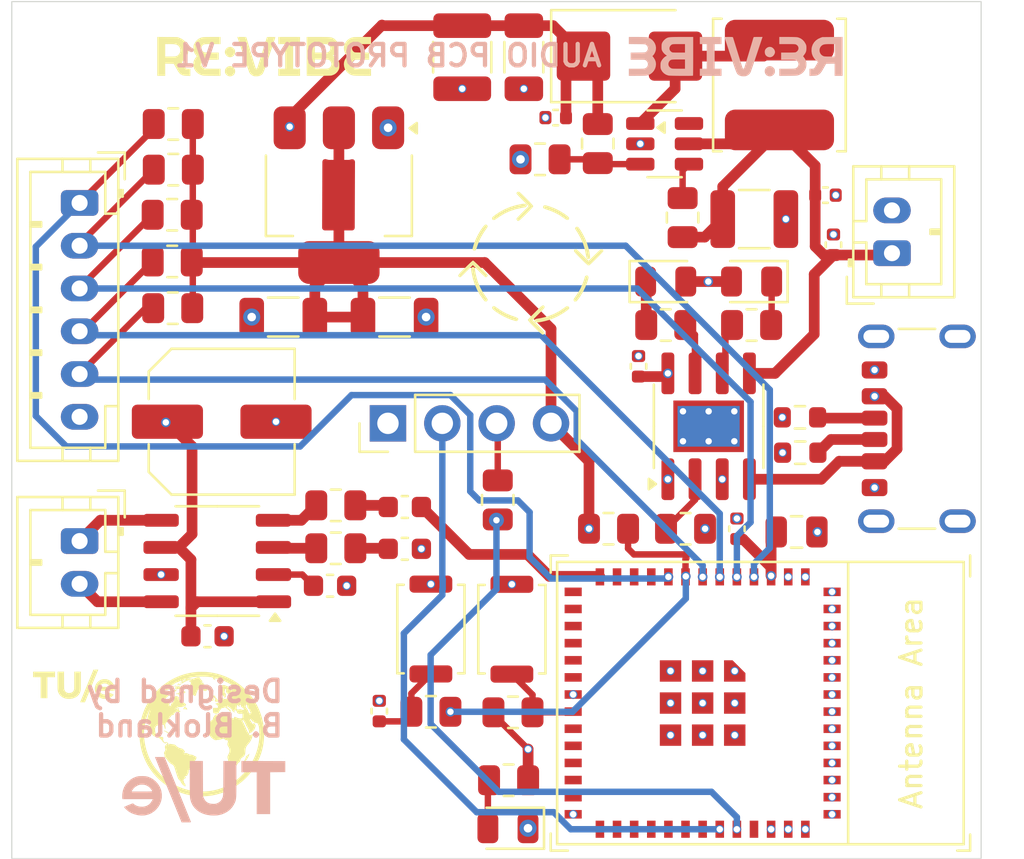
<source format=kicad_pcb>
(kicad_pcb (version 20241229) (generator "pcbnew") (generator_version "9.0")
  (title_block (comment 4 "AISLER Project ID: QUUDJNIU"))
  (layers (0 "F.Cu" signal) (4 "In1.Cu" power "GND Plane") (6 "In2.Cu" power "PWR Plane") (2 "B.Cu" signal) (13 "F.Paste" user) (15 "B.Paste" user) (5 "F.SilkS" user "F.Silkscreen") (7 "B.SilkS" user "B.Silkscreen") (1 "F.Mask" user) (3 "B.Mask" user) (25 "Edge.Cuts" user))
  (net 0 "")
  (net 1 "D_GND")
  (net 2 "+3.7V")
  (net 3 "Net-(C1-Pad2)")
  (net 4 "/DAC1")
  (net 5 "+3.3V")
  (net 6 "+5V")
  (net 7 "Net-(C6-Pad2)")
  (net 8 "Net-(U2-BYPASS)")
  (net 9 "Net-(C11-Pad2)")
  (net 10 "+5V_USB")
  (net 11 "Net-(D1-A)")
  (net 12 "Net-(D2-A)")
  (net 13 "Net-(D3-K)")
  (net 14 "Net-(D4-K)")
  (net 15 "/RX")
  (net 16 "Net-(J1-Pin_3)")
  (net 17 "Net-(J2-CC2)")
  (net 18 "Net-(J2-CC1)")
  (net 19 "/BTN5")
  (net 20 "/BTN2")
  (net 21 "/BTN1")
  (net 22 "/BTN3")
  (net 23 "/BTN4")
  (net 24 "/SPEAKER+")
  (net 25 "/SPEAKER_")
  (net 26 "Net-(U2-IN+)")
  (net 27 "/EN")
  (net 28 "Net-(U2-IN-)")
  (net 29 "Net-(U3-GPIO0{slash}BOOT{slash}ADC2_CH1)")
  (net 30 "/TX")
  (net 31 "Net-(U4-FB)")
  (net 32 "Net-(U4-EN)")
  (net 33 "/STDBY")
  (net 34 "/CHRG")
  (net 35 "Net-(U5-PROG)")
  (footprint "Button_Switch_SMD:SW_Push_SPST_NO_Alps_SKRK" (layer "F.Cu") (at 225.8619 151.2634 -90)
    (property "Reference" "SW2" (hide yes))
    (property "Value" "RESET" (hide yes))
  )
  (footprint "Resistor_SMD:R_0805_2012Metric" (layer "F.Cu") (at 221.4169 147.487)
    (property "Reference" "R3" (hide yes))
    (property "Value" "12k" (hide yes))
  )
  (footprint "Capacitor_SMD:C_1206_3216Metric" (layer "F.Cu") (at 224.1625 136.675)
    (property "Reference" "C9" (hide yes))
    (property "Value" "0.1u" (hide yes))
  )
  (footprint "MountingHole:MountingHole_2.2mm_M2" (layer "F.Cu") (at 221.4169 158.79)
    (property "Reference" "M2_3" (hide yes))
    (property "Value" "MountingHole_2.2mm_M2" (hide yes))
  )
  (footprint "Package_SO:SOP-8_3.9x4.9mm_P1.27mm" (layer "F.Cu") (at 215.8797 148.0824 180)
    (property "Reference" "U2" (hide yes))
    (property "Value" "HT6873B5SPNR" (hide yes))
  )
  (footprint "Resistor_SMD:R_0805_2012Metric" (layer "F.Cu") (at 236.8366 137.0476)
    (property "Reference" "R20" (hide yes))
    (property "Value" "390" (hide yes))
  )
  (footprint "Capacitor_SMD:C_1210_3225Metric" (layer "F.Cu") (at 227.325 124.525 -90)
    (property "Reference" "C15" (hide yes))
    (property "Value" "22u" (hide yes))
  )
  (footprint "Inductor_SMD:L_TDK_VLS6045EX_VLS6045AF" (layer "F.Cu") (at 242.15 125.825 90)
    (property "Reference" "L1" (hide yes))
    (property "Value" "6.8u" (hide yes))
  )
  (footprint "PCM_Espressif:ESP32-MINI-1" (layer "F.Cu") (at 238.5605 154.7246 -90)
    (property "Reference" "U3" (hide yes))
    (property "Value" "ESP32-MINI-1-N4" (hide yes))
  )
  (footprint "Resistor_SMD:R_0805_2012Metric" (layer "F.Cu") (at 221.4169 145.4804)
    (property "Reference" "R1" (hide yes))
    (property "Value" "12k" (hide yes))
  )
  (footprint "Resistor_SMD:R_0603_1608Metric" (layer "F.Cu") (at 243.1085 141.3656 180)
    (property "Reference" "R17" (hide yes))
    (property "Value" "5.1k" (hide yes))
  )
  (footprint "LOGO" (layer "F.Cu") (at 215.152457 156.175)
    (property "Reference" "G***" (hide yes))
    (property "Value" "LOGO" (hide yes))
  )
  (footprint "LOGO" (layer "F.Cu") (at 230.525 134.15)
    (property "Reference" "G***" (hide yes))
    (property "Value" "LOGO" (hide yes))
  )
  (footprint "Capacitor_SMD:C_0402_1005Metric" (layer "F.Cu") (at 244.3 130.975)
    (property "Reference" "C13" (hide yes))
    (property "Value" "100n" (hide yes))
  )
  (footprint "Resistor_SMD:R_0805_2012Metric" (layer "F.Cu") (at 213.8223 127.6496 180)
    (property "Reference" "R16" (hide yes))
    (property "Value" "10k" (hide yes))
  )
  (footprint "LED_SMD:LED_0805_2012Metric" (layer "F.Cu") (at 240.8479 135.0156 180)
    (property "Reference" "D3" (hide yes))
    (property "Value" "STDBY_LED_RED" (hide yes))
  )
  (footprint "MountingHole:MountingHole_2.2mm_M2" (layer "F.Cu") (at 208.8947 158.79)
    (property "Reference" "M2_1" (hide yes))
    (property "Value" "MountingHole_2.2mm_M2" (hide yes))
  )
  (footprint "LED_SMD:LED_0805_2012Metric" (layer "F.Cu") (at 229.4625 160.5778 180)
    (property "Reference" "D2" (hide yes))
    (property "Value" "PWR_LED" (hide yes))
  )
  (footprint "Capacitor_SMD:C_0402_1005Metric" (layer "F.Cu") (at 244.675 133.295 90)
    (property "Reference" "C18" (hide yes))
    (property "Value" "10u" (hide yes))
  )
  (footprint "Resistor_SMD:R_0805_2012Metric" (layer "F.Cu") (at 213.7734 134.0758 180)
    (property "Reference" "R13" (hide yes))
    (property "Value" "10k" (hide yes))
  )
  (footprint "Resistor_SMD:R_0603_1608Metric" (layer "F.Cu") (at 243.1217 143.0166 180)
    (property "Reference" "R18" (hide yes))
    (property "Value" "5.1k" (hide yes))
  )
  (footprint "Connector_USB:USB_C_Receptacle_GCT_USB4125-xx-x-0190_6P_TopMnt_Horizontal" (layer "F.Cu") (at 249.675 141.9 90)
    (property "Reference" "J2" (hide yes))
    (property "Value" "USB_C_Receptacle_PowerOnly_6P" (hide yes))
  )
  (footprint "Capacitor_SMD:C_0603_1608Metric" (layer "F.Cu") (at 215.4225 151.6018)
    (property "Reference" "C5" (hide yes))
    (property "Value" "1u" (hide yes))
  )
  (footprint "LOGO" (layer "F.Cu") (at 209.175 153.925)
    (property "Reference" "G***" (hide yes))
    (property "Value" "LOGO" (hide yes))
  )
  (footprint "Connector_JST:JST_PH_B2B-PH-K_1x02_P2.00mm_Vertical" (layer "F.Cu") (at 247.4099 133.6882 90)
    (property "Reference" "BT1" (hide yes))
    (property "Value" "LIPO803860 2000mAh 3.7V" (hide yes))
  )
  (footprint "MountingHole:MountingHole_2.2mm_M2" (layer "F.Cu") (at 208.8947 125.5414)
    (property "Reference" "M2_2" (hide yes))
    (property "Value" "MountingHole_2.2mm_M2" (hide yes))
  )
  (footprint "Resistor_SMD:R_0805_2012Metric" (layer "F.Cu") (at 228.9861 145.2264 90)
    (property "Reference" "R8" (hide yes))
    (property "Value" "499" (hide yes))
  )
  (footprint "Capacitor_SMD:C_0402_1005Metric" (layer "F.Cu") (at 231.695 127.35 180)
    (property "Reference" "C14" (hide yes))
    (property "Value" "100n" (hide yes))
  )
  (footprint "Resistor_SMD:R_0805_2012Metric" (layer "F.Cu") (at 233.6597 128.564 -90)
    (property "Reference" "R9" (hide yes))
    (property "Value" "7.5k" (hide yes))
  )
  (footprint "Capacitor_SMD:C_1206_3216Metric" (layer "F.Cu") (at 230.2053 124.525 -90)
    (property "Reference" "C7" (hide yes))
    (property "Value" "10u" (hide yes))
  )
  (footprint "Capacitor_SMD:C_0402_1005Metric" (layer "F.Cu") (at 223.45 155.1 -90)
    (property "Reference" "C11" (hide yes))
    (property "Value" "1n" (hide yes))
  )
  (footprint "Capacitor_SMD:C_0805_2012Metric" (layer "F.Cu") (at 242.95 146.725)
    (property "Reference" "C2" (hide yes))
    (property "Value" "10u" (hide yes))
  )
  (footprint "Connector_JST:JST_PH_B6B-PH-K_1x06_P2.00mm_Vertical" (layer "F.Cu") (at 209.4447 131.3402 -90)
    (property "Reference" "J3" (hide yes))
    (property "Value" "Conn_01x06_Socket" (hide yes))
  )
  (footprint "Package_TO_SOT_SMD:SOT-23-6" (layer "F.Cu") (at 236.7839 128.5753)
    (property "Reference" "U4" (hide yes))
    (property "Value" "MT3608" (hide yes))
  )
  (footprint "MountingHole:MountingHole_2.2mm_M2" (layer "F.Cu") (at 247.9599 125.5414)
    (property "Reference" "M2_4" (hide yes))
    (property "Value" "MountingHole_2.2mm_M2" (hide yes))
  )
  (footprint "Capacitor_SMD:C_0603_1608Metric" (layer "F.Cu") (at 224.6427 145.5566 180)
    (property "Reference" "C1" (hide yes))
    (property "Value" "1u" (hide yes))
  )
  (footprint "Capacitor_SMD:C_0402_1005Metric" (layer "F.Cu") (at 235.5647 138.978 90)
    (property "Reference" "C17" (hide yes))
    (property "Value" "10u" (hide yes))
  )
  (footprint "Resistor_SMD:R_0805_2012Metric" (layer "F.Cu") (at 213.8242 129.7832 180)
    (property "Reference" "R15" (hide yes))
    (property "Value" "10k" (hide yes))
  )
  (footprint "Capacitor_SMD:C_0402_1005Metric" (layer "F.Cu") (at 240.1625 146.575 90)
    (property "Reference" "C3" (hide yes))
    (property "Value" "0.1u" (hide yes))
  )
  (footprint "Package_SO:SOIC-8-1EP_3.9x4.9mm_P1.27mm_EP2.41x3.3mm_ThermalVias" (layer "F.Cu") (at 238.8413 141.7832 90)
    (property "Reference" "U5" (hide yes))
    (property "Value" "TP4056-42-ESOP8" (hide yes))
  )
  (footprint "Capacitor_SMD:C_0603_1608Metric" (layer "F.Cu") (at 224.6427 147.5124 180)
    (property "Reference" "C6" (hide yes))
    (property "Value" "1u" (hide yes))
  )
  (footprint "Capacitor_SMD:C_0603_1608Metric" (layer "F.Cu") (at 221.1499 149.2396 180)
    (property "Reference" "C10" (hide yes))
    (property "Value" "1u" (hide yes))
  )
  (footprint "Button_Switch_SMD:SW_Push_SPST_NO_Alps_SKRK" (layer "F.Cu") (at 229.6465 151.2716 90)
    (property "Reference" "SW1" (hide yes))
    (property "Value" "BOOT")
  )
  (footprint "Capacitor_SMD:C_1206_3216Metric" (layer "F.Cu") (at 218.9625 136.675 180)
    (property "Reference" "C8" (hide yes))
    (property "Value" "10u" (hide yes))
  )
  (footprint "Resistor_SMD:R_0805_2012Metric" (layer "F.Cu") (at 240.8479 137.0476 180)
    (property "Reference" "R19" (hide yes))
    (property "Value" "680" (hide yes))
  )
  (footprint "LOGO" (layer "F.Cu") (at 218.075 124.5)
    (property "Reference" "G***" (hide yes))
    (property "Value" "LOGO" (hide yes))
  )
  (footprint "Resistor_SMD:R_0805_2012Metric" (layer "F.Cu") (at 237.625 132.025 90)
    (property "Reference" "R10" (hide yes))
    (property "Value" "1k" (hide yes))
  )
  (footprint "Resistor_SMD:R_0805_2012Metric" (layer "F.Cu") (at 237.7625 146.575)
    (property "Reference" "R21" (hide yes))
    (property "Value" "1.2k" (hide yes))
  )
  (footprint "Capacitor_SMD:C_Elec_6.3x5.8" (layer "F.Cu") (at 216.0854 141.5688)
    (property "Reference" "C4" (hide yes))
    (property "Value" "220u" (hide yes))
  )
  (footprint "Resistor_SMD:R_0805_2012Metric" (layer "F.Cu") (at 213.7715 131.8914 180)
    (property "Reference" "R14" (hide yes))
    (property "Value" "10k" (hide yes))
  )
  (footprint "Diode_SMD:D_SMB" (layer "F.Cu") (at 235.1419 124.4746)
    (property "Reference" "D1" (hide yes))
    (property "Value" "SSB43L-E3/52T" (hide yes))
  )
  (footprint "Resistor_SMD:R_0805_2012Metric" (layer "F.Cu") (at 230.9625 129.3 180)
    (property "Reference" "R11" (hide yes))
    (property "Value" "1k" (hide yes))
  )
  (footprint "Connector_JST:JST_PH_B2B-PH-K_1x02_P2.00mm_Vertical" (layer "F.Cu") (at 209.4447 147.15 -90)
    (property "Reference" "LS1" (hide yes))
    (property "Value" "Dayton Audio CE4249N-4" (hide yes))
  )
  (footprint "Resistor_SMD:R_0805_2012Metric" (layer "F.Cu") (at 225.8619 155.1324)
    (property "Reference" "R6" (hide yes))
    (property "Value" "470" (hide yes))
  )
  (footprint "Resistor_SMD:R_0805_2012Metric" (layer "F.Cu") (at 229.4922 158.3328 180)
    (property "Reference" "R7" (hide yes))
    (property "Value" "220" (hide yes))
  )
  (footprint "Package_TO_SOT_SMD:SOT-223-3_TabPin2" (layer "F.Cu") (at 221.5625 130.975 -90)
    (property "Reference" "U1" (hide yes))
    (property "Value" "AMS1117-3.3" (hide yes))
  )
  (footprint "Resistor_SMD:R_0805_2012Metric" (layer "F.Cu") (at 213.7969 136.2602 180)
    (property "Reference" "R12" (hide yes))
    (property "Value" "10k" (hide yes))
  )
  (footprint "Resistor_SMD:R_0805_2012Metric" (layer "F.Cu") (at 229.6973 155.1578 180)
    (property "Reference" "R4" (hide yes))
    (property "Value" "10k" (hide yes))
  )
  (footprint "Capacitor_SMD:C_1210_3225Metric" (layer "F.Cu") (at 240.9749 132.0946)
    (property "Reference" "C12" (hide yes))
    (property "Value" "22u" (hide yes))
  )
  (footprint "Resistor_SMD:R_0805_2012Metric" (layer "F.Cu") (at 234.1625 146.5726 180)
    (property "Reference" "R2" (hide yes))
    (property "Value" "10k" (hide yes))
  )
  (footprint "LED_SMD:LED_0805_2012Metric" (layer "F.Cu") (at 236.8347 135.0156)
    (property "Reference" "D4" (hide yes))
    (property "Value" "CHRG_LED_GREEN" (hide yes))
  )
  (footprint "Connector_PinHeader_2.54mm:PinHeader_1x04_P2.54mm_Vertical" (layer "F.Cu") (at 223.8553 141.645 90)
    (property "Reference" "J1" (hide yes))
    (property "Value" "UART" (hide yes))
  )
  (footprint "LOGO" (layer "B.Cu") (at 240.1 124.5 180)
    (property "Reference" "G***" (hide yes))
    (property "Value" "LOGO" (hide yes))
  )
  (footprint "LOGO" (layer "B.Cu") (at 215.25 158.775 180)
    (property "Reference" "G***" (hide yes))
    (property "Value" "LOGO" (hide yes))
  )
  (gr_rect (start 206.275 121.925) (end 251.575 162) (stroke (width 0.05)) (fill no) (layer "Edge.Cuts"))
  (gr_text "AUDIO PCB PROTOTYPE V1" (at 233.95 125.036915 0) (layer "B.SilkS") (effects (font (size 1 1) (thickness 0.2) (bold yes)) (justify left bottom mirror)))
  (gr_text "Designed by\nB. Blokland" (at 219.057143 156.375 0) (layer "B.SilkS") (effects (font (size 1 1) (thickness 0.2) (bold yes)) (justify left bottom mirror)))
  (via (at 244.6105 156.7246) (size 0.4) (drill 0.3) (layers "F.Cu" "B.Cu") (net 1))
  (via (at 244.78 130.975) (size 0.4) (drill 0.3) (layers "F.Cu" "B.Cu") (net 1))
  (via (at 236.9363 144.2582) (size 0.45) (drill 0.3) (layers "F.Cu" "B.Cu") (net 1))
  (via (at 244.6105 149.5246) (size 0.4) (drill 0.3) (layers "F.Cu" "B.Cu") (net 1))
  (via (at 221.9249 149.2396) (size 0.4) (drill 0.3) (layers "F.Cu" "B.Cu") (net 1))
  (via (at 225.6375 136.675) (size 0.8) (drill 0.4) (layers "F.Cu" "B.Cu") (net 1))
  (via (at 223.45 154.62) (size 0.4) (drill 0.3) (layers "F.Cu" "B.Cu") (net 1))
  (via (at 217.4875 136.675) (size 0.8) (drill 0.4) (layers "F.Cu" "B.Cu") (net 1))
  (via (at 244.6105 154.3246) (size 0.4) (drill 0.3) (layers "F.Cu" "B.Cu") (net 1))
  (via (at 243.925 146.725) (size 0.45) (drill 0.3) (layers "F.Cu" "B.Cu") (net 1))
  (via (at 246.595 139.15) (size 0.45) (drill 0.3) (layers "F.Cu" "B.Cu") (net 1))
  (via (at 243.3605 160.6246) (size 0.4) (drill 0.3) (layers "F.Cu" "B.Cu") (net 1))
  (via (at 244.6105 152.7246) (size 0.4) (drill 0.3) (layers "F.Cu" "B.Cu") (net 1))
  (via (at 242.5605 148.8246) (size 0.4) (drill 0.3) (layers "F.Cu" "B.Cu") (net 1))
  (via (at 232.5105 154.3246) (size 0.4) (drill 0.3) (layers "F.Cu" "B.Cu") (net 1))
  (via (at 227.325 126) (size 0.4) (drill 0.3) (layers "F.Cu" "B.Cu") (net 1))
  (via (at 242.4499 132.0946) (size 0.4) (drill 0.3) (layers "F.Cu" "B.Cu") (net 1))
  (via (at 240.0605 156.2246) (size 0.4) (drill 0.3) (layers "F.Cu" "B.Cu") (net 1))
  (via (at 238.675 146.575) (size 0.45) (drill 0.3) (layers "F.Cu" "B.Cu") (net 1))
  (via (at 240.0605 154.7246) (size 0.4) (drill 0.3) (layers "F.Cu" "B.Cu") (net 1))
  (via (at 242.5605 160.6246) (size 0.4) (drill 0.3) (layers "F.Cu" "B.Cu") (net 1))
  (via (at 244.6105 159.1246) (size 0.4) (drill 0.3) (layers "F.Cu" "B.Cu") (net 1))
  (via (at 223.8625 127.825) (size 0.8) (drill 0.4) (layers "F.Cu" "B.Cu") (net 1))
  (via (at 218.6229 141.5688) (size 0.4) (drill 0.3) (layers "F.Cu" "B.Cu") (net 1))
  (via (at 241.7605 160.6246) (size 0.4) (drill 0.3) (layers "F.Cu" "B.Cu") (net 1))
  (via (at 240.0605 153.2246) (size 0.4) (drill 0.3) (layers "F.Cu" "B.Cu") (net 1))
  (via (at 230.05 129.3) (size 0.8) (drill 0.4) (layers "F.Cu" "B.Cu") (net 1))
  (via (at 237.0605 153.2246) (size 0.4) (drill 0.3) (layers "F.Cu" "B.Cu") (net 1))
  (via (at 238.5605 154.7246) (size 0.4) (drill 0.3) (layers "F.Cu" "B.Cu") (net 1))
  (via (at 244.6105 151.1246) (size 0.4) (drill 0.3) (layers "F.Cu" "B.Cu") (net 1))
  (via (at 244.6105 155.9246) (size 0.4) (drill 0.3) (layers "F.Cu" "B.Cu") (net 1))
  (via (at 244.675 132.815) (size 0.4) (drill 0.3) (layers "F.Cu" "B.Cu") (net 1))
  (via (at 246.595 144.65) (size 0.45) (drill 0.3) (layers "F.Cu" "B.Cu") (net 1))
  (via (at 242.2835 141.3656) (size 0.4) (drill 0.3) (layers "F.Cu" "B.Cu") (net 1))
  (via (at 235.6464 128.5753) (size 0.4) (drill 0.3) (layers "F.Cu" "B.Cu") (net 1))
  (via (at 231.215 127.35) (size 0.4) (drill 0.3) (layers "F.Cu" "B.Cu") (net 1))
  (via (at 244.6105 159.9246) (size 0.4) (drill 0.3) (layers "F.Cu" "B.Cu") (net 1))
  (via (at 230.4 160.5778) (size 0.8) (drill 0.4) (layers "F.Cu" "B.Cu") (net 1))
  (via (at 213.2547 148.7174) (size 0.4) (drill 0.3) (layers "F.Cu" "B.Cu") (net 1))
  (via (at 232.5105 159.9246) (size 0.4) (drill 0.3) (layers "F.Cu" "B.Cu") (net 1))
  (via (at 238.5605 156.2246) (size 0.4) (drill 0.3) (layers "F.Cu" "B.Cu") (net 1))
  (via (at 239.4763 144.2582) (size 0.4) (drill 0.3) (layers "F.Cu" "B.Cu") (net 1))
  (via (at 244.6105 151.9246) (size 0.4) (drill 0.3) (layers "F.Cu" "B.Cu") (net 1))
  (via (at 240.1625 146.095) (size 0.45) (drill 0.3) (layers "F.Cu" "B.Cu") (net 1))
  (via (at 244.6105 155.1246) (size 0.4) (drill 0.3) (layers "F.Cu" "B.Cu") (net 1))
  (via (at 243.3605 148.8246) (size 0.4) (drill 0.3) (layers "F.Cu" "B.Cu") (net 1))
  (via (at 225.8619 149.1634) (size 0.4) (drill 0.3) (layers "F.Cu" "B.Cu") (net 1))
  (via (at 229.6465 149.1716) (size 0.4) (drill 0.3) (layers "F.Cu" "B.Cu") (net 1))
  (via (at 237.0605 154.7246) (size 0.4) (drill 0.3) (layers "F.Cu" "B.Cu") (net 1))
  (via (at 225.4177 147.5124) (size 0.4) (drill 0.3) (layers "F.Cu" "B.Cu") (net 1))
  (via (at 244.6105 158.3246) (size 0.4) (drill 0.3) (layers "F.Cu" "B.Cu") (net 1))
  (via (at 230.2053 126) (size 0.4) (drill 0.3) (layers "F.Cu" "B.Cu") (net 1))
  (via (at 235.5647 138.498) (size 0.4) (drill 0.3) (layers "F.Cu" "B.Cu") (net 1))
  (via (at 242.2967 143.0166) (size 0.4) (drill 0.3) (layers "F.Cu" "B.Cu") (net 1))
  (via (at 244.6105 157.5246) (size 0.4) (drill 0.3) (layers "F.Cu" "B.Cu") (net 1))
  (via (at 244.6105 153.5246) (size 0.4) (drill 0.3) (layers "F.Cu" "B.Cu") (net 1))
  (via (at 244.6105 150.3246) (size 0.4) (drill 0.3) (layers "F.Cu" "B.Cu") (net 1))
  (via (at 216.1975 151.6018) (size 0.4) (drill 0.3) (layers "F.Cu" "B.Cu") (net 1))
  (via (at 237.0605 156.2246) (size 0.4) (drill 0.3) (layers "F.Cu" "B.Cu") (net 1))
  (via (at 238.5605 153.2246) (size 0.4) (drill 0.3) (layers "F.Cu" "B.Cu") (net 1))
  (segment (start 241.4997 128.5753) (end 242.15 127.925) (width 0.5) (layer "F.Cu") (net 2))
  (segment (start 243.82 129.595) (end 242.15 127.925) (width 0.5) (layer "F.Cu") (net 2))
  (segment (start 244.675 133.775) (end 247.3231 133.775) (width 0.5) (layer "F.Cu") (net 2))
  (segment (start 243.82 130.975) (end 243.82 129.595) (width 0.5) (layer "F.Cu") (net 2))
  (segment (start 247.3231 133.775) (end 247.4099 133.6882) (width 0.5) (layer "F.Cu") (net 2))
  (segment (start 243.775 134.675) (end 243.775 137.475) (width 0.5) (layer "F.Cu") (net 2))
  (segment (start 237.9214 128.5753) (end 241.4997 128.5753) (width 0.5) (layer "F.Cu") (net 2))
  (segment (start 244.675 133.775) (end 244.225 133.775) (width 0.5) (layer "F.Cu") (net 2))
  (segment (start 239.4999 130.5751) (end 242.15 127.925) (width 0.5) (layer "F.Cu") (net 2))
  (segment (start 237.625 132.9375) (end 238.657 132.9375) (width 0.5) (layer "F.Cu") (net 2))
  (segment (start 241.9418 139.3082) (end 240.7463 139.3082) (width 0.5) (layer "F.Cu") (net 2))
  (segment (start 243.775 137.475) (end 241.9418 139.3082) (width 0.5) (layer "F.Cu") (net 2))
  (segment (start 247.0731 134.025) (end 247.4099 133.6882) (width 0.5) (layer "F.Cu") (net 2))
  (segment (start 244.675 133.775) (end 243.775 134.675) (width 0.5) (layer "F.Cu") (net 2))
  (segment (start 244.225 133.775) (end 243.82 133.37) (width 0.5) (layer "F.Cu") (net 2))
  (segment (start 243.82 133.37) (end 243.82 130.975) (width 0.5) (layer "F.Cu") (net 2))
  (segment (start 238.657 132.9375) (end 239.4999 132.0946) (width 0.5) (layer "F.Cu") (net 2))
  (segment (start 239.4999 132.0946) (end 239.4999 130.5751) (width 0.5) (layer "F.Cu") (net 2))
  (segment (start 223.7915 145.4804) (end 223.8677 145.5566) (width 0.5) (layer "F.Cu") (net 3))
  (segment (start 222.3294 145.4804) (end 223.7915 145.4804) (width 0.5) (layer "F.Cu") (net 3))
  (segment (start 225.4316 145.5566) (end 225.4177 145.5566) (width 0.5) (layer "F.Cu") (net 4))
  (segment (start 231.4 148.8) (end 230.375 147.775) (width 0.5) (layer "F.Cu") (net 4))
  (segment (start 230.375 147.775) (end 227.65 147.775) (width 0.5) (layer "F.Cu") (net 4))
  (segment (start 227.65 147.775) (end 225.4316 145.5566) (width 0.5) (layer "F.Cu") (net 4))
  (segment (start 233.7605 148.8246) (end 233.7359 148.8) (width 0.5) (layer "F.Cu") (net 4))
  (segment (start 233.7359 148.8) (end 231.4 148.8) (width 0.5) (layer "F.Cu") (net 4))
  (segment (start 214.7348 136.2348) (end 214.7094 136.2602) (width 0.3) (layer "F.Cu") (net 5))
  (segment (start 240.1625 147.055) (end 240.4405 147.055) (width 0.5) (layer "F.Cu") (net 5))
  (segment (start 228.7848 155.1578) (end 228.7848 155.2598) (width 0.3) (layer "F.Cu") (net 5))
  (segment (start 230.4047 158.3328) (end 230.4047 156.8797) (width 0.5) (layer "F.Cu") (net 5))
  (segment (start 233.25 143.4197) (end 233.25 146.5726) (width 0.5) (layer "F.Cu") (net 5))
  (segment (start 220.4375 136.675) (end 220.4375 135.25) (width 0.5) (layer "F.Cu") (net 5))
  (segment (start 241.7605 146.9645) (end 241.7605 148.775) (width 0.5) (layer "F.Cu") (net 5))
  (segment (start 241.7605 148.375) (end 241.7605 148.775) (width 0.5) (layer "F.Cu") (net 5))
  (segment (start 222.6875 136.675) (end 220.4375 136.675) (width 0.5) (layer "F.Cu") (net 5))
  (segment (start 222.6875 136.675) (end 222.6875 135.25) (width 0.5) (layer "F.Cu") (net 5))
  (segment (start 220.4375 135.25) (end 221.5625 134.125) (width 0.5) (layer "F.Cu") (net 5))
  (segment (start 222.6875 135.25) (end 221.5625 134.125) (width 0.5) (layer "F.Cu") (net 5))
  (segment (start 240.4405 147.055) (end 241.7605 148.375) (width 0.5) (layer "F.Cu") (net 5))
  (segment (start 230.4047 156.8797) (end 230.4 156.875) (width 0.5) (layer "F.Cu") (net 5))
  (segment (start 242 146.725) (end 241.7605 146.9645) (width 0.5) (layer "F.Cu") (net 5))
  (segment (start 228.7848 155.2598) (end 230.4 156.875) (width 0.3) (layer "F.Cu") (net 5))
  (segment (start 241.7605 148.775) (end 241.7605 148.8246) (width 0.3) (layer "F.Cu") (net 5))
  (segment (start 231.4753 137.2253) (end 231.4753 141.645) (width 0.5) (layer "F.Cu") (net 5))
  (segment (start 214.7348 127.6496) (end 214.7348 136.2348) (width 0.3) (layer "F.Cu") (net 5))
  (segment (start 214.7351 134.125) (end 214.6859 134.0758) (width 0.5) (layer "F.Cu") (net 5))
  (segment (start 231.4753 141.645) (end 233.25 143.4197) (width 0.5) (layer "F.Cu") (net 5))
  (segment (start 221.5625 134.125) (end 214.7351 134.125) (width 0.5) (layer "F.Cu") (net 5))
  (segment (start 228.375 134.125) (end 221.5625 134.125) (width 0.5) (layer "F.Cu") (net 5))
  (segment (start 228.375 134.125) (end 231.4753 137.2253) (width 0.5) (layer "F.Cu") (net 5))
  (via (at 241.7605 148.775) (size 0.45) (drill 0.3) (layers "F.Cu" "B.Cu") (net 5))
  (via (at 233.25 146.5726) (size 0.45) (drill 0.3) (layers "F.Cu" "B.Cu") (net 5))
  (via (at 230.4047 156.8797) (size 0.4) (drill 0.3) (layers "F.Cu" "B.Cu") (net 5))
  (segment (start 214.7 146.825) (end 214.7 142.7209) (width 0.5) (layer "F.Cu") (net 6))
  (segment (start 223.575 123.025) (end 223.6 123.05) (width 0.5) (layer "F.Cu") (net 6))
  (segment (start 232.175 125.2915) (end 232.9919 124.4746) (width 0.5) (layer "F.Cu") (net 6))
  (segment (start 214.079699 147.4474) (end 214.6475 148.015201) (width 0.5) (layer "F.Cu") (net 6))
  (segment (start 218.5047 149.9874) (end 214.9338 149.9874) (width 0.5) (layer "F.Cu") (net 6))
  (segment (start 227.325 123.05) (end 230.2053 123.05) (width 0.5) (layer "F.Cu") (net 6))
  (segment (start 219.2625 127.775) (end 219.2625 127.3375) (width 0.5) (layer "F.Cu") (net 6))
  (segment (start 233.6597 127.6515) (end 233.6597 125.1424) (width 0.5) (layer "F.Cu") (net 6))
  (segment (start 214.6475 148.015201) (end 214.6475 150.2737) (width 0.5) (layer "F.Cu") (net 6))
  (segment (start 214.7 142.7209) (end 213.5479 141.5688) (width 0.5) (layer "F.Cu") (net 6))
  (segment (start 230.2053 123.05) (end 231.5673 123.05) (width 0.5) (layer "F.Cu") (net 6))
  (segment (start 232.175 127.35) (end 232.175 125.2915) (width 0.5) (layer "F.Cu") (net 6))
  (segment (start 223.6 123.05) (end 227.325 123.05) (width 0.5) (layer "F.Cu") (net 6))
  (segment (start 214.9338 149.9874) (end 214.6475 150.2737) (width 0.5) (layer "F.Cu") (net 6))
  (segment (start 213.2547 147.4474) (end 214.079699 147.4474) (width 0.5) (layer "F.Cu") (net 6))
  (segment (start 219.2625 127.3375) (end 223.575 123.025) (width 0.5) (layer "F.Cu") (net 6))
  (segment (start 214.6475 150.2737) (end 214.6475 151.6018) (width 0.5) (layer "F.Cu") (net 6))
  (segment (start 231.5673 123.05) (end 232.9919 124.4746) (width 0.5) (layer "F.Cu") (net 6))
  (segment (start 214.0776 147.4474) (end 214.7 146.825) (width 0.5) (layer "F.Cu") (net 6))
  (segment (start 213.2547 147.4474) (end 214.0776 147.4474) (width 0.5) (layer "F.Cu") (net 6))
  (segment (start 230.1799 123.025) (end 230.2053 123.0504) (width 0.5) (layer "F.Cu") (net 6))
  (segment (start 233.6597 125.1424) (end 232.9919 124.4746) (width 0.5) (layer "F.Cu") (net 6))
  (segment (start 213.2823 147.475) (end 213.2547 147.4474) (width 0.5) (layer "F.Cu") (net 6))
  (segment (start 233.65 127.6418) (end 233.6597 127.6515) (width 0.5) (layer "F.Cu") (net 6))
  (segment (start 219.2625 127.825) (end 219.2625 127.775) (width 0.5) (layer "F.Cu") (net 6))
  (via (at 219.2625 127.775) (size 0.45) (drill 0.3) (layers "F.Cu" "B.Cu") (net 6))
  (via (at 213.475 141.6) (size 0.45) (drill 0.3) (layers "F.Cu" "B.Cu") (net 6))
  (segment (start 223.8423 147.487) (end 223.8677 147.5124) (width 0.5) (layer "F.Cu") (net 7))
  (segment (start 222.3294 147.487) (end 223.8423 147.487) (width 0.5) (layer "F.Cu") (net 7))
  (segment (start 220.3749 149.2396) (end 219.8527 148.7174) (width 0.3) (layer "F.Cu") (net 8))
  (segment (start 219.8527 148.7174) (end 218.5047 148.7174) (width 0.3) (layer "F.Cu") (net 8))
  (segment (start 224.9494 154.2759) (end 225.8619 153.3634) (width 0.3) (layer "F.Cu") (net 9))
  (segment (start 224.9494 155.1324) (end 224.9494 154.2759) (width 0.3) (layer "F.Cu") (net 9))
  (segment (start 224.5018 155.58) (end 224.9494 155.1324) (width 0.3) (layer "F.Cu") (net 9))
  (segment (start 223.45 155.58) (end 224.5018 155.58) (width 0.3) (layer "F.Cu") (net 9))
  (segment (start 247.065146 140.38) (end 246.595 140.38) (width 0.5) (layer "F.Cu") (net 10))
  (segment (start 238.825 135.0156) (end 239.9104 135.0156) (width 0.5) (layer "F.Cu") (net 10))
  (segment (start 246.6357 143.4444) (end 246.0357 143.4444) (width 0.2) (layer "F.Cu") (net 10))
  (segment (start 244.106296 144.2582) (end 240.7463 144.2582) (width 0.5) (layer "F.Cu") (net 10))
  (segment (start 247.646 142.839146) (end 247.646 140.960854) (width 0.5) (layer "F.Cu") (net 10))
  (segment (start 247.065146 143.42) (end 247.646 142.839146) (width 0.5) (layer "F.Cu") (net 10))
  (segment (start 237.7722 135.0156) (end 238.825 135.0156) (width 0.5) (layer "F.Cu") (net 10))
  (segment (start 247.646 140.960854) (end 247.065146 140.38) (width 0.5) (layer "F.Cu") (net 10))
  (segment (start 235.5647 139.458) (end 236.7865 139.458) (width 0.5) (layer "F.Cu") (net 10))
  (segment (start 236.7865 139.458) (end 236.9363 139.3082) (width 0.5) (layer "F.Cu") (net 10))
  (segment (start 244.106296 144.2582) (end 244.944496 143.42) (width 0.5) (layer "F.Cu") (net 10))
  (segment (start 244.944496 143.42) (end 246.595 143.42) (width 0.5) (layer "F.Cu") (net 10))
  (segment (start 246.595 143.42) (end 247.065146 143.42) (width 0.5) (layer "F.Cu") (net 10))
  (segment (start 240.7697 144.2348) (end 240.7463 144.2582) (width 0.2) (layer "F.Cu") (net 10))
  (via (at 238.825 135.0156) (size 0.45) (drill 0.3) (layers "F.Cu" "B.Cu") (net 10))
  (via (at 236.9363 139.3082) (size 0.45) (drill 0.3) (layers "F.Cu" "B.Cu") (net 10))
  (via (at 246.595 140.38) (size 0.45) (drill 0.3) (layers "F.Cu" "B.Cu") (net 10))
  (segment (start 237.275 124.4915) (end 237.2919 124.4746) (width 0.5) (layer "F.Cu") (net 11))
  (segment (start 241.4004 124.4746) (end 242.15 123.725) (width 0.5) (layer "F.Cu") (net 11))
  (segment (start 237.275 125.9967) (end 237.275 124.4915) (width 0.5) (layer "F.Cu") (net 11))
  (segment (start 237.2919 124.4746) (end 241.4004 124.4746) (width 0.5) (layer "F.Cu") (net 11))
  (segment (start 235.6464 127.6253) (end 237.275 125.9967) (width 0.5) (layer "F.Cu") (net 11))
  (segment (start 228.525 158.3875) (end 228.5797 158.3328) (width 0.3) (layer "F.Cu") (net 12))
  (segment (start 228.5797 160.5647) (end 228.5928 160.5778) (width 0.3) (layer "F.Cu") (net 12))
  (segment (start 228.525 160.5778) (end 228.525 158.3875) (width 0.3) (layer "F.Cu") (net 12))
  (segment (start 241.7854 135.0156) (end 241.7854 137.0226) (width 0.3) (layer "F.Cu") (net 13))
  (segment (start 241.7854 137.0226) (end 241.7604 137.0476) (width 0.3) (layer "F.Cu") (net 13))
  (segment (start 235.9241 137.0476) (end 235.9241 135.0425) (width 0.5) (layer "F.Cu") (net 14))
  (segment (start 235.9241 135.0425) (end 235.8972 135.0156) (width 0.5) (layer "F.Cu") (net 14))
  (via (at 239.3605 160.6246) (size 0.4) (drill 0.3) (layers "F.Cu" "B.Cu") (net 15))
  (segment (start 226.3953 149.6703) (end 224.6 151.4656) (width 0.3) (layer "B.Cu") (net 15))
  (segment (start 228.0018 159.8268) (end 231.6018 159.8268) (width 0.3) (layer "B.Cu") (net 15))
  (segment (start 226.3953 141.645) (end 226.3953 148.917568) (width 0.3) (layer "B.Cu") (net 15))
  (segment (start 224.6 151.4656) (end 224.6 156.425) (width 0.3) (layer "B.Cu") (net 15))
  (segment (start 232.3996 160.6246) (end 239.3605 160.6246) (width 0.3) (layer "B.Cu") (net 15))
  (segment (start 224.6 156.425) (end 228.0018 159.8268) (width 0.3) (layer "B.Cu") (net 15))
  (segment (start 231.6018 159.8268) (end 232.3996 160.6246) (width 0.3) (layer "B.Cu") (net 15))
  (segment (start 226.4129 148.935168) (end 226.4129 149.391632) (width 0.3) (layer "B.Cu") (net 15))
  (segment (start 226.3953 149.409232) (end 226.3953 149.6703) (width 0.3) (layer "B.Cu") (net 15))
  (segment (start 226.3953 148.917568) (end 226.4129 148.935168) (width 0.3) (layer "B.Cu") (net 15))
  (segment (start 226.4129 149.391632) (end 226.3953 149.409232) (width 0.3) (layer "B.Cu") (net 15))
  (segment (start 228.9861 144.3139) (end 228.9861 141.6958) (width 0.3) (layer "F.Cu") (net 16))
  (segment (start 228.9861 141.6958) (end 228.9353 141.645) (width 0.3) (layer "F.Cu") (net 16))
  (segment (start 243.9923 141.4244) (end 243.9335 141.3656) (width 0.2) (layer "F.Cu") (net 17))
  (segment (start 246.595 141.4) (end 243.9679 141.4) (width 0.5) (layer "F.Cu") (net 17))
  (segment (start 243.9679 141.4) (end 243.9335 141.3656) (width 0.5) (layer "F.Cu") (net 17))
  (segment (start 244.5633 142.4) (end 246.595 142.4) (width 0.5) (layer "F.Cu") (net 18))
  (segment (start 243.9467 143.0166) (end 244.5633 142.4) (width 0.5) (layer "F.Cu") (net 18))
  (segment (start 212.8844 136.2602) (end 212.5247 136.2602) (width 0.3) (layer "F.Cu") (net 19))
  (segment (start 209.4447 139.3402) (end 209.8044 139.3402) (width 0.3) (layer "F.Cu") (net 19))
  (segment (start 212.5247 136.2602) (end 209.4447 139.3402) (width 0.3) (layer "F.Cu") (net 19))
  (via (at 238.5605 148.8246) (size 0.45) (drill 0.3) (layers "F.Cu" "B.Cu") (net 19))
  (segment (start 231.2 139.6) (end 209.7045 139.6) (width 0.3) (layer "B.Cu") (net 19))
  (segment (start 232.6763 141.0763) (end 231.2 139.6) (width 0.3) (layer "B.Cu") (net 19))
  (segment (start 209.7045 139.6) (end 209.4447 139.3402) (width 0.3) (layer "B.Cu") (net 19))
  (segment (start 232.6763 142.4013) (end 232.6763 141.0763) (width 0.3) (layer "B.Cu") (net 19))
  (segment (start 238.5605 148.8246) (end 238.5605 148.2855) (width 0.3) (layer "B.Cu") (net 19))
  (segment (start 238.5605 148.2855) (end 232.6763 142.4013) (width 0.3) (layer "B.Cu") (net 19))
  (segment (start 209.4447 133.3402) (end 209.4447 133.2502) (width 0.3) (layer "F.Cu") (net 20))
  (segment (start 209.4447 133.2502) (end 212.9117 129.7832) (width 0.3) (layer "F.Cu") (net 20))
  (via (at 240.9605 148.8246) (size 0.45) (drill 0.3) (layers "F.Cu" "B.Cu") (net 20))
  (segment (start 209.4447 133.3402) (end 234.9652 133.3402) (width 0.3) (layer "B.Cu") (net 20))
  (segment (start 241.7 147.475) (end 240.9605 148.2145) (width 0.3) (layer "B.Cu") (net 20))
  (segment (start 241.7 140.075) (end 241.7 147.475) (width 0.3) (layer "B.Cu") (net 20))
  (segment (start 240.9605 148.2145) (end 240.9605 148.8246) (width 0.3) (layer "B.Cu") (net 20))
  (segment (start 234.9652 133.3402) (end 241.7 140.075) (width 0.3) (layer "B.Cu") (net 20))
  (segment (start 209.4447 131.3402) (end 212.9098 127.8751) (width 0.3) (layer "F.Cu") (net 21))
  (segment (start 212.9098 127.8751) (end 212.9098 127.6496) (width 0.3) (layer "F.Cu") (net 21))
  (via (at 236.9605 148.8246) (size 0.45) (drill 0.3) (layers "F.Cu" "B.Cu") (net 21))
  (segment (start 207.4 133.3849) (end 209.4447 131.3402) (width 0.3) (layer "B.Cu") (net 21))
  (segment (start 229.925 145.25) (end 228.125 145.25) (width 0.3) (layer "B.Cu") (net 21))
  (segment (start 236.8851 148.9) (end 231.475 148.9) (width 0.3) (layer "B.Cu") (net 21))
  (segment (start 236.9605 148.8246) (end 236.8851 148.9) (width 0.3) (layer "B.Cu") (net 21))
  (segment (start 228.125 145.25) (end 227.7 144.825) (width 0.3) (layer "B.Cu") (net 21))
  (segment (start 227.7 144.825) (end 227.7 141.251229) (width 0.3) (layer "B.Cu") (net 21))
  (segment (start 230.475 145.8) (end 229.925 145.25) (width 0.3) (layer "B.Cu") (net 21))
  (segment (start 208.825 142.725) (end 207.4 141.3) (width 0.3) (layer "B.Cu") (net 21))
  (segment (start 227.7 141.251229) (end 226.773771 140.325) (width 0.3) (layer "B.Cu") (net 21))
  (segment (start 207.4 141.3) (end 207.4 133.3849) (width 0.3) (layer "B.Cu") (net 21))
  (segment (start 231.475 148.9) (end 230.475 147.9) (width 0.3) (layer "B.Cu") (net 21))
  (segment (start 222.15 140.325) (end 219.75 142.725) (width 0.3) (layer "B.Cu") (net 21))
  (segment (start 230.475 147.9) (end 230.475 145.8) (width 0.3) (layer "B.Cu") (net 21))
  (segment (start 226.773771 140.325) (end 222.15 140.325) (width 0.3) (layer "B.Cu") (net 21))
  (segment (start 219.75 142.725) (end 208.825 142.725) (width 0.3) (layer "B.Cu") (net 21))
  (segment (start 209.4447 135.3402) (end 209.4447 135.3057) (width 0.3) (layer "F.Cu") (net 22))
  (segment (start 209.4447 135.3057) (end 212.859 131.8914) (width 0.3) (layer "F.Cu") (net 22))
  (via (at 240.1605 148.8246) (size 0.45) (drill 0.3) (layers "F.Cu" "B.Cu") (net 22))
  (segment (start 240.8 146.272088) (end 240.8 140.6399) (width 0.3) (layer "B.Cu") (net 22))
  (segment (start 240.8 140.6399) (end 235.5003 135.3402) (width 0.3) (layer "B.Cu") (net 22))
  (segment (start 240.1605 146.911588) (end 240.8 146.272088) (width 0.3) (layer "B.Cu") (net 22))
  (segment (start 235.5003 135.3402) (end 209.4447 135.3402) (width 0.3) (layer "B.Cu") (net 22))
  (segment (start 240.1605 148.8246) (end 240.1605 146.911588) (width 0.3) (layer "B.Cu") (net 22))
  (segment (start 209.5965 137.3402) (end 212.8609 134.0758) (width 0.3) (layer "F.Cu") (net 23))
  (segment (start 209.4447 137.3402) (end 209.5965 137.3402) (width 0.3) (layer "F.Cu") (net 23))
  (via (at 239.3605 148.8246) (size 0.45) (drill 0.3) (layers "F.Cu" "B.Cu") (net 23))
  (segment (start 231.017688 137.525) (end 239.3605 145.867812) (width 0.3) (layer "B.Cu") (net 23))
  (segment (start 209.6295 137.525) (end 231.017688 137.525) (width 0.3) (layer "B.Cu") (net 23))
  (segment (start 209.4447 137.3402) (end 209.6295 137.525) (width 0.3) (layer "B.Cu") (net 23))
  (segment (start 239.3605 145.867812) (end 239.3605 148.8246) (width 0.3) (layer "B.Cu") (net 23))
  (segment (start 209.4447 147.15) (end 210.4173 146.1774) (width 0.5) (layer "F.Cu") (net 24))
  (segment (start 210.4173 146.1774) (end 213.2547 146.1774) (width 0.5) (layer "F.Cu") (net 24))
  (segment (start 209.4447 149.15) (end 210.2821 149.9874) (width 0.5) (layer "F.Cu") (net 25))
  (segment (start 210.2821 149.9874) (end 213.2547 149.9874) (width 0.5) (layer "F.Cu") (net 25))
  (segment (start 218.5047 146.1774) (end 219.8074 146.1774) (width 0.5) (layer "F.Cu") (net 26))
  (segment (start 219.8074 146.1774) (end 220.5044 145.4804) (width 0.5) (layer "F.Cu") (net 26))
  (segment (start 237.8 147.775) (end 237.8 147.95) (width 0.3) (layer "F.Cu") (net 27))
  (segment (start 237.7605 147.9895) (end 237.7605 148.8246) (width 0.3) (layer "F.Cu") (net 27))
  (segment (start 235.075 147.5) (end 235.35 147.775) (width 0.3) (layer "F.Cu") (net 27))
  (segment (start 235.35 147.775) (end 237.8 147.775) (width 0.3) (layer "F.Cu") (net 27))
  (segment (start 235.075 146.5726) (end 235.075 147.5) (width 0.3) (layer "F.Cu") (net 27))
  (segment (start 237.8 147.95) (end 237.7605 147.9895) (width 0.3) (layer "F.Cu") (net 27))
  (via (at 237.775 148.8) (size 0.45) (drill 0.3) (layers "F.Cu" "B.Cu") (net 27))
  (via (at 226.7744 155.1324) (size 0.45) (drill 0.3) (layers "F.Cu" "B.Cu") (net 27))
  (segment (start 232.481932 155.1324) (end 226.7744 155.1324) (width 0.3) (layer "B.Cu") (net 27))
  (segment (start 237.775 148.8) (end 237.775 149.839332) (width 0.3) (layer "B.Cu") (net 27))
  (segment (start 237.775 149.839332) (end 232.481932 155.1324) (width 0.3) (layer "B.Cu") (net 27))
  (segment (start 220.5044 147.487) (end 218.5443 147.487) (width 0.5) (layer "F.Cu") (net 28))
  (segment (start 218.5443 147.487) (end 218.5047 147.4474) (width 0.5) (layer "F.Cu") (net 28))
  (segment (start 230.6098 154.3349) (end 229.6465 153.3716) (width 0.3) (layer "F.Cu") (net 29))
  (segment (start 230.6098 155.1578) (end 230.6098 154.3349) (width 0.3) (layer "F.Cu") (net 29))
  (segment (start 230.6098 155.1578) (end 232.4773 155.1578) (width 0.3) (layer "F.Cu") (net 29))
  (segment (start 232.4773 155.1578) (end 232.5105 155.1246) (width 0.3) (layer "F.Cu") (net 29))
  (via (at 228.925 146.175) (size 0.7) (drill 0.3) (layers "F.Cu" "B.Cu") (net 30))
  (via (at 240.1605 160.6246) (size 0.4) (drill 0.3) (layers "F.Cu" "B.Cu") (net 30))
  (segment (start 228.925 146.175) (end 228.925 149.4) (width 0.3) (layer "B.Cu") (net 30))
  (segment (start 229.025 158.875) (end 238.975 158.875) (width 0.3) (layer "B.Cu") (net 30))
  (segment (start 240.1605 160.0605) (end 240.1605 160.6246) (width 0.3) (layer "B.Cu") (net 30))
  (segment (start 225.85 152.475) (end 225.85 155.7) (width 0.3) (layer "B.Cu") (net 30))
  (segment (start 238.975 158.875) (end 240.1605 160.0605) (width 0.3) (layer "B.Cu") (net 30))
  (segment (start 228.925 149.4) (end 225.85 152.475) (width 0.3) (layer "B.Cu") (net 30))
  (segment (start 225.85 155.7) (end 229.025 158.875) (width 0.3) (layer "B.Cu") (net 30))
  (segment (start 231.875 129.3) (end 233.4832 129.3) (width 0.3) (layer "F.Cu") (net 31))
  (segment (start 233.7085 129.5253) (end 233.6597 129.4765) (width 0.3) (layer "F.Cu") (net 31))
  (segment (start 233.4832 129.3) (end 233.6597 129.4765) (width 0.3) (layer "F.Cu") (net 31))
  (segment (start 235.6464 129.5253) (end 233.7085 129.5253) (width 0.3) (layer "F.Cu") (net 31))
  (segment (start 237.625 129.8217) (end 237.9214 129.5253) (width 0.3) (layer "F.Cu") (net 32))
  (segment (start 237.625 131.1125) (end 237.625 129.8217) (width 0.3) (layer "F.Cu") (net 32))
  (segment (start 239.9354 137.0476) (end 239.625 137.358) (width 0.3) (layer "F.Cu") (net 33))
  (segment (start 239.625 139.1595) (end 239.4763 139.3082) (width 0.3) (layer "F.Cu") (net 33))
  (segment (start 239.625 137.358) (end 239.625 139.1595) (width 0.3) (layer "F.Cu") (net 33))
  (segment (start 238.2 139.3019) (end 238.2063 139.3082) (width 0.3) (layer "F.Cu") (net 34))
  (segment (start 238.2 137.4985) (end 238.2 139.3019) (width 0.3) (layer "F.Cu") (net 34))
  (segment (start 237.7491 137.0476) (end 238.2 137.4985) (width 0.3) (layer "F.Cu") (net 34))
  (segment (start 238.2063 145.2187) (end 236.85 146.575) (width 0.3) (layer "F.Cu") (net 35))
  (segment (start 238.2063 144.2582) (end 238.2063 145.2187) (width 0.3) (layer "F.Cu") (net 35))
  (segment (start 238.1066 144.3579) (end 238.2063 144.2582) (width 0.2) (layer "F.Cu") (net 35))
  (zone (net 5) (net_name "+3.3V") (layer "F.Cu") (connect_pads (clearance 0.3)) (min_thickness 0.25) (fill yes (thermal_gap 0.5) (thermal_bridge_width 0.5) (smoothing chamfer))
    (polygon (pts (xy 220.8 126.825) (xy 222.325 126.825) (xy 222.3 133.125) (xy 223.475 133.125) (xy 223.475 135.125) (xy 219.65 135.1) (xy 219.65 133.125) (xy 220.775 133.125)))
  )
  (zone (net 0) (net_name "") (layers "F.Cu" "B.Cu" "In1.Cu" "In2.Cu" "Edge.Cuts") (name "ANTENNA_KEEPOUT") (connect_pads (clearance 0)) (min_thickness 0.25)
    (keepout (tracks not_allowed) (vias not_allowed) (pads not_allowed) (copperpour not_allowed) (footprints allowed))
    (fill (thermal_gap 0.5) (thermal_bridge_width 0.5))
    (polygon (pts (xy 251.0625 161.975) (xy 245.3 161.975) (xy 245.3 147.325) (xy 251.0625 147.325)))
  )
)
</source>
